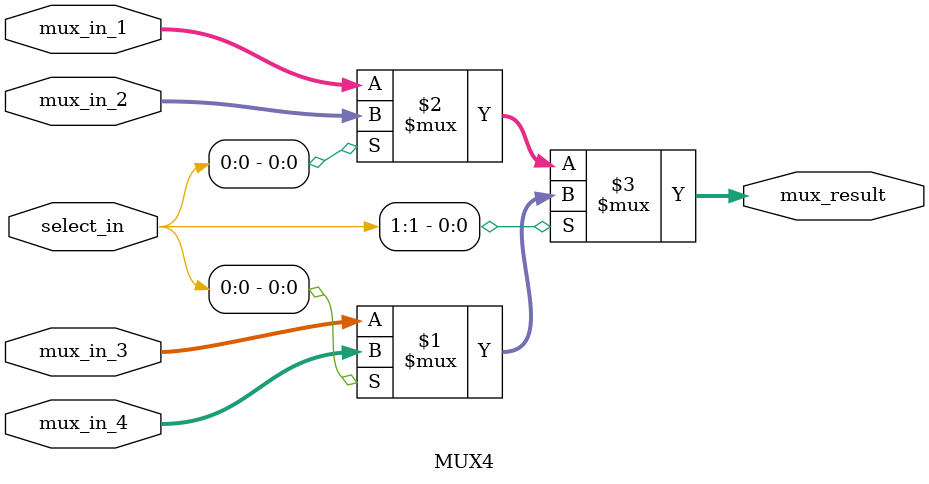
<source format=v>
module MUX2 #(parameter data_width = 32) ( 
    input [data_width - 1 : 0] mux_in_1, 
	input [data_width - 1 : 0] mux_in_2,
    input select_in,
       	output [data_width - 1: 0] mux_result);
    
    assign mux_result = select_in == 0 ? mux_in_1 : mux_in_2;

endmodule

module MUX4 #(parameter data_width = 32) (
    input [data_width - 1 : 0] mux_in_1,
    input [data_width - 1 : 0] mux_in_2,
    input [data_width - 1 : 0] mux_in_3,
    input [data_width - 1 : 0] mux_in_4,
    input [1:0] select_in,
        output [data_width - 1 : 0] mux_result);

    assign mux_result = select_in[1] ? (select_in[0] ? mux_in_4 : mux_in_3) : (select_in[0] ? mux_in_2 : mux_in_1);

endmodule

</source>
